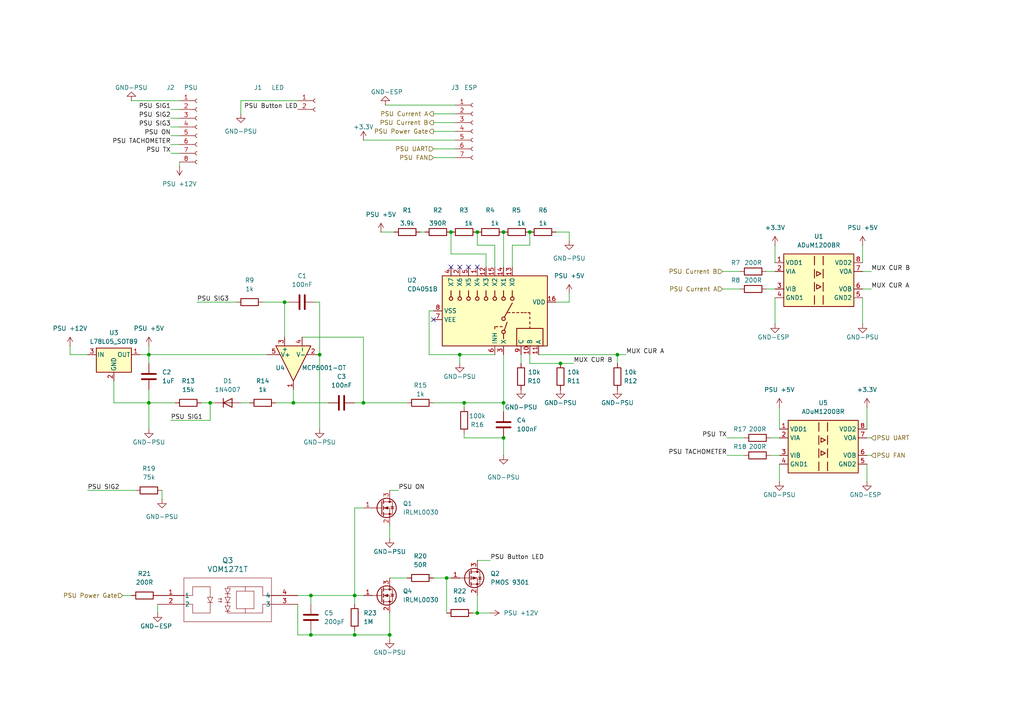
<source format=kicad_sch>
(kicad_sch (version 20241209) (generator "eeschema") (generator_version "9.0")
  (paper "A4")
  (lib_symbols
    (symbol "Amplifier_Operational:MCP6001-OT" (pin_names (offset 0.127))
      (property "Reference" "U" (at -1.27 6.35 0))
      (property "Value" "MCP6001-OT" (at -1.27 3.81 0))
      (symbol "MCP6001-OT_0_1"
        (polyline (pts (xy -5.08 5.08) (xy 5.08 0) (xy -5.08 -5.08) (xy -5.08 5.08)) (stroke (width 0.254)) (fill (type background)))
        (pin power_in line (at -2.54 7.62 270) (length 3.81) (name "V+") (number "5"))
        (pin power_in line (at -2.54 -7.62 90) (length 3.81) (name "V-") (number "2"))
      )
      (symbol "MCP6001-OT_1_1"
        (pin input line (at -7.62 2.54 0) (length 2.54) (name "+") (number "3"))
        (pin input line (at -7.62 -2.54 0) (length 2.54) (name "-") (number "4"))
        (pin output line (at 7.62 0 180) (length 2.54) (name "~") (number "1"))
      )
    )
    (symbol "Analog_Switch:CD4051B"
      (property "Reference" "U" (at -10.16 16.51 0))
      (property "Value" "CD4051B" (at 3.81 16.51 0))
      (symbol "CD4051B_0_1"
        (rectangle (start -10.16 15.24) (end 10.16 -15.24) (stroke (width 0.254)) (fill (type background)))
        (rectangle (start -10.16 6.35) (end -5.08 13.97) (stroke (width 0.254)))
        (polyline (pts (xy -8.128 2.54) (xy -6.604 2.54)) (stroke (width 0.254)))
        (circle (center -6.096 2.54) (radius 0.508) (stroke (width 0.254)))
        (polyline (pts (xy -5.588 2.794) (xy -3.302 3.556)) (stroke (width 0.254)))
        (polyline (pts (xy -4.572 10.16) (xy -5.08 10.16)) (stroke (width 0.254)))
        (polyline (pts (xy -4.572 1.524) (xy -4.572 2.159)) (stroke (width 0.254)))
        (polyline (pts (xy -4.572 0.254) (xy -4.572 0.889)) (stroke (width 0.254)))
        (polyline (pts (xy -4.572 0) (xy -5.207 0)) (stroke (width 0.254)))
        (polyline (pts (xy -3.81 10.16) (xy -3.175 10.16)) (stroke (width 0.254)))
        (circle (center -2.286 2.54) (radius 0.508) (stroke (width 0.254)))
        (polyline (pts (xy -1.778 10.16) (xy -2.286 10.16)) (stroke (width 0.254)))
        (polyline (pts (xy -1.778 2.794) (xy 2.286 5.08)) (stroke (width 0.254)))
        (polyline (pts (xy -0.508 10.16) (xy -1.016 10.16)) (stroke (width 0.254)))
        (polyline (pts (xy -0.508 9.652) (xy -0.508 10.16)) (stroke (width 0.254)))
        (polyline (pts (xy -0.508 8.636) (xy -0.508 9.144)) (stroke (width 0.254)))
        (polyline (pts (xy -0.508 7.62) (xy -0.508 8.255)) (stroke (width 0.254)))
        (polyline (pts (xy -0.508 6.35) (xy -0.508 6.985)) (stroke (width 0.254)))
        (polyline (pts (xy -0.508 5.08) (xy -0.508 5.715)) (stroke (width 0.254)))
        (polyline (pts (xy -0.508 3.81) (xy -0.508 4.445)) (stroke (width 0.254)))
        (circle (center 3.556 5.08) (radius 0.508) (stroke (width 0.254)))
        (circle (center 3.556 2.54) (radius 0.508) (stroke (width 0.254)))
        (circle (center 3.556 0) (radius 0.508) (stroke (width 0.254)))
        (circle (center 3.556 -2.54) (radius 0.508) (stroke (width 0.254)))
        (circle (center 3.556 -5.08) (radius 0.508) (stroke (width 0.254)))
        (circle (center 3.556 -7.62) (radius 0.508) (stroke (width 0.254)))
        (circle (center 3.556 -10.16) (radius 0.508) (stroke (width 0.254)))
        (circle (center 3.556 -12.7) (radius 0.508) (stroke (width 0.254)))
        (polyline (pts (xy 4.064 5.08) (xy 5.842 5.08)) (stroke (width 0.254)))
        (polyline (pts (xy 4.064 2.54) (xy 5.842 2.54)) (stroke (width 0.254)))
        (polyline (pts (xy 4.064 0) (xy 5.842 0)) (stroke (width 0.254)))
        (polyline (pts (xy 4.064 -2.54) (xy 5.842 -2.54)) (stroke (width 0.254)))
        (polyline (pts (xy 4.064 -5.08) (xy 5.842 -5.08)) (stroke (width 0.254)))
        (polyline (pts (xy 4.064 -7.62) (xy 5.842 -7.62)) (stroke (width 0.254)))
        (polyline (pts (xy 4.064 -10.16) (xy 5.842 -10.16)) (stroke (width 0.254)))
        (polyline (pts (xy 4.064 -12.7) (xy 5.842 -12.7)) (stroke (width 0.254)))
      )
      (symbol "CD4051B_1_1"
        (pin input line (at -12.7 12.7 0) (length 2.54) (name "A") (number "11"))
        (pin input line (at -12.7 10.16 0) (length 2.54) (name "B") (number "10"))
        (pin input line (at -12.7 7.62 0) (length 2.54) (name "C") (number "9"))
        (pin bidirectional line (at -12.7 2.54 0) (length 2.54) (name "X") (number "3"))
        (pin input line (at -12.7 0 0) (length 2.54) (name "INH") (number "6"))
        (pin power_in line (at -2.54 -17.78 90) (length 2.54) (name "VEE") (number "7"))
        (pin power_in line (at 0 -17.78 90) (length 2.54) (name "VSS") (number "8"))
        (pin power_in line (at 2.54 17.78 270) (length 2.54) (name "VDD") (number "16"))
        (pin bidirectional line (at 12.7 5.08 180) (length 2.54) (name "X0") (number "13"))
        (pin bidirectional line (at 12.7 2.54 180) (length 2.54) (name "X1") (number "14"))
        (pin bidirectional line (at 12.7 0 180) (length 2.54) (name "X2") (number "15"))
        (pin bidirectional line (at 12.7 -2.54 180) (length 2.54) (name "X3") (number "12"))
        (pin bidirectional line (at 12.7 -5.08 180) (length 2.54) (name "X4") (number "1"))
        (pin bidirectional line (at 12.7 -7.62 180) (length 2.54) (name "X5") (number "5"))
        (pin bidirectional line (at 12.7 -10.16 180) (length 2.54) (name "X6") (number "2"))
        (pin bidirectional line (at 12.7 -12.7 180) (length 2.54) (name "X7") (number "4"))
      )
    )
    (symbol "Connector:Conn_01x02_Socket" (pin_names (offset 1.016) (hide yes))
      (property "Reference" "J" (at 0 2.54 0))
      (property "Value" "Conn_01x02_Socket" (at 0 -5.08 0))
      (symbol "Conn_01x02_Socket_1_1"
        (polyline (pts (xy -1.27 0) (xy -0.508 0)) (stroke (width 0.1524)))
        (polyline (pts (xy -1.27 -2.54) (xy -0.508 -2.54)) (stroke (width 0.1524)))
        (arc (start 0 -0.508) (mid -0.5058 0) (end 0 0.508) (stroke (width 0.1524)))
        (arc (start 0 -3.048) (mid -0.5058 -2.54) (end 0 -2.032) (stroke (width 0.1524)))
        (pin passive line (at -5.08 0 0) (length 3.81) (name "Pin_1") (number "1"))
        (pin passive line (at -5.08 -2.54 0) (length 3.81) (name "Pin_2") (number "2"))
      )
    )
    (symbol "Connector:Conn_01x07_Socket" (pin_names (offset 1.016) (hide yes))
      (property "Reference" "J" (at 0 10.16 0))
      (property "Value" "Conn_01x07_Socket" (at 0 -10.16 0))
      (symbol "Conn_01x07_Socket_1_1"
        (polyline (pts (xy -1.27 7.62) (xy -0.508 7.62)) (stroke (width 0.1524)))
        (polyline (pts (xy -1.27 5.08) (xy -0.508 5.08)) (stroke (width 0.1524)))
        (polyline (pts (xy -1.27 2.54) (xy -0.508 2.54)) (stroke (width 0.1524)))
        (polyline (pts (xy -1.27 0) (xy -0.508 0)) (stroke (width 0.1524)))
        (polyline (pts (xy -1.27 -2.54) (xy -0.508 -2.54)) (stroke (width 0.1524)))
        (polyline (pts (xy -1.27 -5.08) (xy -0.508 -5.08)) (stroke (width 0.1524)))
        (polyline (pts (xy -1.27 -7.62) (xy -0.508 -7.62)) (stroke (width 0.1524)))
        (arc (start 0 7.112) (mid -0.5058 7.62) (end 0 8.128) (stroke (width 0.1524)))
        (arc (start 0 4.572) (mid -0.5058 5.08) (end 0 5.588) (stroke (width 0.1524)))
        (arc (start 0 2.032) (mid -0.5058 2.54) (end 0 3.048) (stroke (width 0.1524)))
        (arc (start 0 -0.508) (mid -0.5058 0) (end 0 0.508) (stroke (width 0.1524)))
        (arc (start 0 -3.048) (mid -0.5058 -2.54) (end 0 -2.032) (stroke (width 0.1524)))
        (arc (start 0 -5.588) (mid -0.5058 -5.08) (end 0 -4.572) (stroke (width 0.1524)))
        (arc (start 0 -8.128) (mid -0.5058 -7.62) (end 0 -7.112) (stroke (width 0.1524)))
        (pin passive line (at -5.08 7.62 0) (length 3.81) (name "Pin_1") (number "1"))
        (pin passive line (at -5.08 5.08 0) (length 3.81) (name "Pin_2") (number "2"))
        (pin passive line (at -5.08 2.54 0) (length 3.81) (name "Pin_3") (number "3"))
        (pin passive line (at -5.08 0 0) (length 3.81) (name "Pin_4") (number "4"))
        (pin passive line (at -5.08 -2.54 0) (length 3.81) (name "Pin_5") (number "5"))
        (pin passive line (at -5.08 -5.08 0) (length 3.81) (name "Pin_6") (number "6"))
        (pin passive line (at -5.08 -7.62 0) (length 3.81) (name "Pin_7") (number "7"))
      )
    )
    (symbol "Connector:Conn_01x08_Socket" (pin_names (offset 1.016) (hide yes))
      (property "Reference" "J" (at 0 10.16 0))
      (property "Value" "Conn_01x08_Socket" (at 0 -12.7 0))
      (symbol "Conn_01x08_Socket_1_1"
        (polyline (pts (xy -1.27 7.62) (xy -0.508 7.62)) (stroke (width 0.1524)))
        (polyline (pts (xy -1.27 5.08) (xy -0.508 5.08)) (stroke (width 0.1524)))
        (polyline (pts (xy -1.27 2.54) (xy -0.508 2.54)) (stroke (width 0.1524)))
        (polyline (pts (xy -1.27 0) (xy -0.508 0)) (stroke (width 0.1524)))
        (polyline (pts (xy -1.27 -2.54) (xy -0.508 -2.54)) (stroke (width 0.1524)))
        (polyline (pts (xy -1.27 -5.08) (xy -0.508 -5.08)) (stroke (width 0.1524)))
        (polyline (pts (xy -1.27 -7.62) (xy -0.508 -7.62)) (stroke (width 0.1524)))
        (polyline (pts (xy -1.27 -10.16) (xy -0.508 -10.16)) (stroke (width 0.1524)))
        (arc (start 0 7.112) (mid -0.5058 7.62) (end 0 8.128) (stroke (width 0.1524)))
        (arc (start 0 4.572) (mid -0.5058 5.08) (end 0 5.588) (stroke (width 0.1524)))
        (arc (start 0 2.032) (mid -0.5058 2.54) (end 0 3.048) (stroke (width 0.1524)))
        (arc (start 0 -0.508) (mid -0.5058 0) (end 0 0.508) (stroke (width 0.1524)))
        (arc (start 0 -3.048) (mid -0.5058 -2.54) (end 0 -2.032) (stroke (width 0.1524)))
        (arc (start 0 -5.588) (mid -0.5058 -5.08) (end 0 -4.572) (stroke (width 0.1524)))
        (arc (start 0 -8.128) (mid -0.5058 -7.62) (end 0 -7.112) (stroke (width 0.1524)))
        (arc (start 0 -10.668) (mid -0.5058 -10.16) (end 0 -9.652) (stroke (width 0.1524)))
        (pin passive line (at -5.08 7.62 0) (length 3.81) (name "Pin_1") (number "1"))
        (pin passive line (at -5.08 5.08 0) (length 3.81) (name "Pin_2") (number "2"))
        (pin passive line (at -5.08 2.54 0) (length 3.81) (name "Pin_3") (number "3"))
        (pin passive line (at -5.08 0 0) (length 3.81) (name "Pin_4") (number "4"))
        (pin passive line (at -5.08 -2.54 0) (length 3.81) (name "Pin_5") (number "5"))
        (pin passive line (at -5.08 -5.08 0) (length 3.81) (name "Pin_6") (number "6"))
        (pin passive line (at -5.08 -7.62 0) (length 3.81) (name "Pin_7") (number "7"))
        (pin passive line (at -5.08 -10.16 0) (length 3.81) (name "Pin_8") (number "8"))
      )
    )
    (symbol "Device:C" (pin_numbers (hide yes)) (pin_names (offset 0.254))
      (property "Reference" "C" (at 0.635 2.54 0))
      (property "Value" "C" (at 0.635 -2.54 0))
      (symbol "C_0_1"
        (polyline (pts (xy -2.032 0.762) (xy 2.032 0.762)) (stroke (width 0.508)))
        (polyline (pts (xy -2.032 -0.762) (xy 2.032 -0.762)) (stroke (width 0.508)))
      )
      (symbol "C_1_1"
        (pin passive line (at 0 3.81 270) (length 2.794) (name "~") (number "1"))
        (pin passive line (at 0 -3.81 90) (length 2.794) (name "~") (number "2"))
      )
    )
    (symbol "Device:R" (pin_numbers (hide yes)) (pin_names (offset 0))
      (property "Reference" "R" (at 2.032 0 90))
      (property "Value" "R" (at 0 0 90))
      (symbol "R_0_1"
        (rectangle (start -1.016 -2.54) (end 1.016 2.54) (stroke (width 0.254)))
      )
      (symbol "R_1_1"
        (pin passive line (at 0 3.81 270) (length 1.27) (name "~") (number "1"))
        (pin passive line (at 0 -3.81 90) (length 1.27) (name "~") (number "2"))
      )
    )
    (symbol "Diode:1N4007" (pin_numbers (hide yes)) (pin_names (hide yes))
      (property "Reference" "D" (at 0 2.54 0))
      (property "Value" "1N4007" (at 0 -2.54 0))
      (symbol "1N4007_0_1"
        (polyline (pts (xy -1.27 1.27) (xy -1.27 -1.27)) (stroke (width 0.254)))
        (polyline (pts (xy 1.27 1.27) (xy 1.27 -1.27) (xy -1.27 0) (xy 1.27 1.27)) (stroke (width 0.254)))
        (polyline (pts (xy 1.27 0) (xy -1.27 0)))
      )
      (symbol "1N4007_1_1"
        (pin passive line (at -3.81 0 0) (length 2.54) (name "K") (number "1"))
        (pin passive line (at 3.81 0 180) (length 2.54) (name "A") (number "2"))
      )
    )
    (symbol "Isolator:ADuM1200BR"
      (property "Reference" "U" (at -10.16 8.89 0))
      (property "Value" "ADuM1200BR" (at -2.032 8.89 0))
      (symbol "ADuM1200BR_0_1"
        (rectangle (start -10.16 7.62) (end 10.16 -7.62) (stroke (width 0.254)) (fill (type background)))
        (polyline (pts (xy -1.27 6.985) (xy -1.27 4.445)) (stroke (width 0.254)))
        (polyline (pts (xy -1.27 3.175) (xy -1.27 0.635)) (stroke (width 0.254)))
        (polyline (pts (xy -1.27 -0.635) (xy -1.27 -3.175)) (stroke (width 0.254)))
        (polyline (pts (xy -1.27 -4.445) (xy -1.27 -6.985)) (stroke (width 0.254)))
        (polyline (pts (xy -0.635 1.27) (xy 0.635 1.905) (xy -0.635 2.54) (xy -0.635 1.27)) (stroke (width 0.254)))
        (polyline (pts (xy -0.635 -1.27) (xy -0.635 -2.54) (xy 0.635 -1.905) (xy -0.635 -1.27)) (stroke (width 0.254)))
        (polyline (pts (xy 1.27 6.985) (xy 1.27 4.445)) (stroke (width 0.254)))
        (polyline (pts (xy 1.27 3.175) (xy 1.27 0.635)) (stroke (width 0.254)))
        (polyline (pts (xy 1.27 -0.635) (xy 1.27 -3.175)) (stroke (width 0.254)))
        (polyline (pts (xy 1.27 -4.445) (xy 1.27 -6.985)) (stroke (width 0.254)))
      )
      (symbol "ADuM1200BR_1_1"
        (pin power_in line (at -12.7 5.08 0) (length 2.54) (name "VDD1") (number "1"))
        (pin input line (at -12.7 2.54 0) (length 2.54) (name "VIA") (number "2"))
        (pin input line (at -12.7 -2.54 0) (length 2.54) (name "VIB") (number "3"))
        (pin power_in line (at -12.7 -5.08 0) (length 2.54) (name "GND1") (number "4"))
        (pin power_in line (at 12.7 5.08 180) (length 2.54) (name "VDD2") (number "8"))
        (pin output line (at 12.7 2.54 180) (length 2.54) (name "VOA") (number "7"))
        (pin output line (at 12.7 -2.54 180) (length 2.54) (name "VOB") (number "6"))
        (pin power_in line (at 12.7 -5.08 180) (length 2.54) (name "GND2") (number "5"))
      )
    )
    (symbol "Regulator_Linear:L78L05_SOT89" (pin_names (offset 0.254))
      (property "Reference" "U" (at -3.81 3.175 0))
      (property "Value" "L78L05_SOT89" (at -0.635 3.175 0))
      (symbol "L78L05_SOT89_0_1"
        (rectangle (start -5.08 1.905) (end 5.08 -5.08) (stroke (width 0.254)) (fill (type background)))
      )
      (symbol "L78L05_SOT89_1_1"
        (pin power_in line (at -7.62 0 0) (length 2.54) (name "IN") (number "3"))
        (pin power_in line (at 0 -7.62 90) (length 2.54) (name "GND") (number "2"))
        (pin power_out line (at 7.62 0 180) (length 2.54) (name "OUT") (number "1"))
      )
    )
    (symbol "Transistor_FET:IRLML0030" (pin_names (hide yes))
      (property "Reference" "Q" (at 5.08 1.905 0))
      (property "Value" "IRLML0030" (at 5.08 0 0))
      (symbol "IRLML0030_0_1"
        (polyline (pts (xy 0.254 1.905) (xy 0.254 -1.905)) (stroke (width 0.254)))
        (polyline (pts (xy 0.254 0) (xy -2.54 0)))
        (polyline (pts (xy 0.762 2.286) (xy 0.762 1.27)) (stroke (width 0.254)))
        (polyline (pts (xy 0.762 0.508) (xy 0.762 -0.508)) (stroke (width 0.254)))
        (polyline (pts (xy 0.762 -1.27) (xy 0.762 -2.286)) (stroke (width 0.254)))
        (polyline (pts (xy 0.762 -1.778) (xy 3.302 -1.778) (xy 3.302 1.778) (xy 0.762 1.778)))
        (polyline (pts (xy 1.016 0) (xy 2.032 0.381) (xy 2.032 -0.381) (xy 1.016 0)) (fill (type outline)))
        (circle (center 1.651 0) (radius 2.794) (stroke (width 0.254)))
        (polyline (pts (xy 2.54 2.54) (xy 2.54 1.778)))
        (circle (center 2.54 1.778) (radius 0.254) (fill (type outline)))
        (circle (center 2.54 -1.778) (radius 0.254) (fill (type outline)))
        (polyline (pts (xy 2.54 -2.54) (xy 2.54 0) (xy 0.762 0)))
        (polyline (pts (xy 2.794 0.508) (xy 2.921 0.381) (xy 3.683 0.381) (xy 3.81 0.254)))
        (polyline (pts (xy 3.302 0.381) (xy 2.921 -0.254) (xy 3.683 -0.254) (xy 3.302 0.381)))
      )
      (symbol "IRLML0030_1_1"
        (pin input line (at -5.08 0 0) (length 2.54) (name "G") (number "1"))
        (pin passive line (at 2.54 5.08 270) (length 2.54) (name "D") (number "3"))
        (pin passive line (at 2.54 -5.08 90) (length 2.54) (name "S") (number "2"))
      )
    )
    (symbol "Transistor_FET:IRLML9301" (pin_names (hide yes))
      (property "Reference" "Q" (at 5.08 1.905 0))
      (property "Value" "IRLML9301" (at 5.08 0 0))
      (symbol "IRLML9301_0_1"
        (polyline (pts (xy 0.254 1.905) (xy 0.254 -1.905)) (stroke (width 0.254)))
        (polyline (pts (xy 0.254 0) (xy -2.54 0)))
        (polyline (pts (xy 0.762 2.286) (xy 0.762 1.27)) (stroke (width 0.254)))
        (polyline (pts (xy 0.762 1.778) (xy 3.302 1.778) (xy 3.302 -1.778) (xy 0.762 -1.778)))
        (polyline (pts (xy 0.762 0.508) (xy 0.762 -0.508)) (stroke (width 0.254)))
        (polyline (pts (xy 0.762 -1.27) (xy 0.762 -2.286)) (stroke (width 0.254)))
        (circle (center 1.651 0) (radius 2.794) (stroke (width 0.254)))
        (polyline (pts (xy 2.286 0) (xy 1.27 0.381) (xy 1.27 -0.381) (xy 2.286 0)) (fill (type outline)))
        (polyline (pts (xy 2.54 2.54) (xy 2.54 1.778)))
        (circle (center 2.54 1.778) (radius 0.254) (fill (type outline)))
        (circle (center 2.54 -1.778) (radius 0.254) (fill (type outline)))
        (polyline (pts (xy 2.54 -2.54) (xy 2.54 0) (xy 0.762 0)))
        (polyline (pts (xy 2.794 -0.508) (xy 2.921 -0.381) (xy 3.683 -0.381) (xy 3.81 -0.254)))
        (polyline (pts (xy 3.302 -0.381) (xy 2.921 0.254) (xy 3.683 0.254) (xy 3.302 -0.381)))
      )
      (symbol "IRLML9301_1_1"
        (pin input line (at -5.08 0 0) (length 2.54) (name "G") (number "1"))
        (pin passive line (at 2.54 5.08 270) (length 2.54) (name "D") (number "3"))
        (pin passive line (at 2.54 -5.08 90) (length 2.54) (name "S") (number "2"))
      )
    )
    (symbol "VOM1271T:VOM1271T" (pin_names (offset 0.254))
      (property "Reference" "Q2" (at 20.32 10.16 0))
      (property "Value" "VOM1271T" (at 20.32 7.62 0))
      (symbol "VOM1271T_0_1"
        (polyline (pts (xy 7.62 5.08) (xy 7.62 -7.62)) (stroke (width 0.127)))
        (polyline (pts (xy 7.62 0) (xy 10.16 0)) (stroke (width 0.127)))
        (polyline (pts (xy 7.62 -2.54) (xy 10.16 -2.54)) (stroke (width 0.127)))
        (polyline (pts (xy 7.62 -7.62) (xy 33.02 -7.62)) (stroke (width 0.127)))
        (polyline (pts (xy 10.16 2.54) (xy 15.24 2.54)) (stroke (width 0.127)))
        (polyline (pts (xy 10.16 0) (xy 10.16 2.54)) (stroke (width 0.127)))
        (polyline (pts (xy 10.16 -2.54) (xy 10.16 -5.08)) (stroke (width 0.127)))
        (polyline (pts (xy 10.16 -5.08) (xy 15.24 -5.08)) (stroke (width 0.127)))
        (polyline (pts (xy 14.478 -0.508) (xy 15.24 -2.032)) (stroke (width 0.127)))
        (polyline (pts (xy 14.478 -2.032) (xy 16.002 -2.032)) (stroke (width 0.127)))
        (polyline (pts (xy 15.24 -0.508) (xy 15.24 2.54)) (stroke (width 0.127)))
        (polyline (pts (xy 15.24 -2.032) (xy 16.002 -0.508)) (stroke (width 0.127)))
        (polyline (pts (xy 15.24 -2.032) (xy 15.24 -5.08)) (stroke (width 0.127)))
        (polyline (pts (xy 16.002 -0.508) (xy 14.478 -0.508)) (stroke (width 0.127)))
        (polyline (pts (xy 17.526 -1.016) (xy 18.542 -1.016)) (stroke (width 0.127)))
        (polyline (pts (xy 17.526 -1.778) (xy 18.542 -1.778)) (stroke (width 0.127)))
        (polyline (pts (xy 18.542 -1.016) (xy 18.288 -0.762)) (stroke (width 0.127)))
        (polyline (pts (xy 18.542 -1.016) (xy 18.288 -1.27)) (stroke (width 0.127)))
        (polyline (pts (xy 18.542 -1.778) (xy 18.288 -1.524)) (stroke (width 0.127)))
        (polyline (pts (xy 18.542 -1.778) (xy 18.288 -2.032)) (stroke (width 0.127)))
        (polyline (pts (xy 19.558 2.032) (xy 20.32 0.508)) (stroke (width 0.127)))
        (polyline (pts (xy 19.558 0.508) (xy 21.082 0.508)) (stroke (width 0.127)))
        (polyline (pts (xy 19.558 -0.508) (xy 20.32 -2.032)) (stroke (width 0.127)))
        (polyline (pts (xy 19.558 -2.032) (xy 21.082 -2.032)) (stroke (width 0.127)))
        (polyline (pts (xy 19.558 -3.048) (xy 20.32 -4.572)) (stroke (width 0.127)))
        (polyline (pts (xy 19.558 -4.572) (xy 21.082 -4.572)) (stroke (width 0.127)))
        (polyline (pts (xy 20.32 2.032) (xy 20.32 2.54)) (stroke (width 0.127)))
        (polyline (pts (xy 20.32 0.508) (xy 21.082 2.032)) (stroke (width 0.127)))
        (polyline (pts (xy 20.32 -0.508) (xy 20.32 0.508)) (stroke (width 0.127)))
        (polyline (pts (xy 20.32 -2.032) (xy 20.32 -3.048)) (stroke (width 0.127)))
        (polyline (pts (xy 20.32 -2.032) (xy 21.082 -0.508)) (stroke (width 0.127)))
        (polyline (pts (xy 20.32 -4.572) (xy 20.32 -5.08)) (stroke (width 0.127)))
        (polyline (pts (xy 20.32 -4.572) (xy 21.082 -3.048)) (stroke (width 0.127)))
        (polyline (pts (xy 20.32 -5.08) (xy 30.48 -5.08)) (stroke (width 0.127)))
        (polyline (pts (xy 21.082 2.032) (xy 19.558 2.032)) (stroke (width 0.127)))
        (polyline (pts (xy 21.082 -0.508) (xy 19.558 -0.508)) (stroke (width 0.127)))
        (polyline (pts (xy 21.082 -3.048) (xy 19.558 -3.048)) (stroke (width 0.127)))
        (polyline (pts (xy 22.86 1.27) (xy 27.94 1.27)) (stroke (width 0.127)))
        (polyline (pts (xy 22.86 -3.81) (xy 22.86 1.27)) (stroke (width 0.127)))
        (polyline (pts (xy 25.4 2.54) (xy 25.4 1.27)) (stroke (width 0.127)))
        (polyline (pts (xy 25.4 -3.81) (xy 25.4 -5.08)) (stroke (width 0.127)))
        (polyline (pts (xy 27.94 1.27) (xy 27.94 -3.81)) (stroke (width 0.127)))
        (polyline (pts (xy 27.94 -3.81) (xy 22.86 -3.81)) (stroke (width 0.127)))
        (polyline (pts (xy 30.48 2.54) (xy 20.32 2.54)) (stroke (width 0.127)))
        (polyline (pts (xy 30.48 0) (xy 30.48 2.54)) (stroke (width 0.127)))
        (polyline (pts (xy 30.48 -2.54) (xy 33.02 -2.54)) (stroke (width 0.127)))
        (polyline (pts (xy 30.48 -5.08) (xy 30.48 -2.54)) (stroke (width 0.127)))
        (polyline (pts (xy 33.02 5.08) (xy 7.62 5.08)) (stroke (width 0.127)))
        (polyline (pts (xy 33.02 0) (xy 30.48 0)) (stroke (width 0.127)))
        (polyline (pts (xy 33.02 -7.62) (xy 33.02 5.08)) (stroke (width 0.127)))
        (pin passive line (at 0 0 0) (length 7.62) (name "1") (number "1"))
        (pin passive line (at 0 -2.54 0) (length 7.62) (name "2") (number "2"))
        (pin passive line (at 40.64 0 180) (length 7.62) (name "4") (number "4"))
        (pin passive line (at 40.64 -2.54 180) (length 7.62) (name "3") (number "3"))
      )
    )
    (symbol "power:+12V" (power) (pin_numbers (hide yes)) (pin_names (offset 0) (hide yes))
      (property "Value" "+12V" (at 0 3.556 0))
      (symbol "+12V_0_1"
        (polyline (pts (xy -0.762 1.27) (xy 0 2.54)))
        (polyline (pts (xy 0 2.54) (xy 0.762 1.27)))
        (polyline (pts (xy 0 0) (xy 0 2.54)))
      )
      (symbol "+12V_1_1"
        (pin power_in line (at 0 0 90) (length 0) (name "~") (number "1"))
      )
    )
    (symbol "power:+3.3V" (power) (pin_numbers (hide yes)) (pin_names (offset 0) (hide yes))
      (property "Value" "+3.3V" (at 0 3.556 0))
      (symbol "+3.3V_0_1"
        (polyline (pts (xy -0.762 1.27) (xy 0 2.54)))
        (polyline (pts (xy 0 2.54) (xy 0.762 1.27)))
        (polyline (pts (xy 0 0) (xy 0 2.54)))
      )
      (symbol "+3.3V_1_1"
        (pin power_in line (at 0 0 90) (length 0) (name "~") (number "1"))
      )
    )
    (symbol "power:GND" (power) (pin_numbers (hide yes)) (pin_names (offset 0) (hide yes))
      (property "Value" "GND" (at 0 -3.81 0))
      (symbol "GND_0_1"
        (polyline (pts (xy 0 0) (xy 0 -1.27) (xy 1.27 -1.27) (xy 0 -2.54) (xy -1.27 -1.27) (xy 0 -1.27)))
      )
      (symbol "GND_1_1"
        (pin power_in line (at 0 0 270) (length 0) (name "~") (number "1"))
      )
    )
  )
  (junction (at 138.43 67.31))
  (junction (at 129.54 167.64))
  (junction (at 146.05 127))
  (junction (at 105.41 116.84))
  (junction (at 85.09 116.84))
  (junction (at 43.18 102.87))
  (junction (at 130.81 67.31))
  (junction (at 146.05 67.31))
  (junction (at 90.17 172.72))
  (junction (at 90.17 184.15))
  (junction (at 134.62 116.84))
  (junction (at 43.18 116.84))
  (junction (at 153.67 67.31))
  (junction (at 133.35 102.87))
  (junction (at 92.71 102.87))
  (junction (at 102.87 184.15))
  (junction (at 146.05 116.84))
  (junction (at 162.56 105.41))
  (junction (at 82.55 87.63))
  (junction (at 102.87 172.72))
  (junction (at 60.96 116.84))
  (junction (at 113.03 184.15))
  (junction (at 179.07 102.87))
  (junction (at 138.43 177.8))
  (no_connect (at 138.43 77.47))
  (no_connect (at 130.81 77.47))
  (no_connect (at 133.35 77.47))
  (no_connect (at 135.89 77.47))
  (no_connect (at 125.73 92.71))
  (wire (pts (xy 130.81 67.31) (xy 130.81 73.66)))
  (wire (pts (xy 105.41 97.79) (xy 105.41 116.84)))
  (wire (pts (xy 113.03 185.42) (xy 113.03 184.15)))
  (wire (pts (xy 133.35 102.87) (xy 143.51 102.87)))
  (wire (pts (xy 92.71 102.87) (xy 92.71 124.46)))
  (wire (pts (xy 137.16 177.8) (xy 138.43 177.8)))
  (wire (pts (xy 20.32 102.87) (xy 25.4 102.87)))
  (wire (pts (xy 43.18 100.33) (xy 43.18 102.87)))
  (wire (pts (xy 252.73 127) (xy 251.46 127)))
  (wire (pts (xy 148.59 71.12) (xy 153.67 71.12)))
  (wire (pts (xy 86.36 184.15) (xy 90.17 184.15)))
  (wire (pts (xy 125.73 43.18) (xy 132.08 43.18)))
  (wire (pts (xy 92.71 87.63) (xy 92.71 102.87)))
  (wire (pts (xy 146.05 102.87) (xy 146.05 116.84)))
  (wire (pts (xy 115.57 142.24) (xy 113.03 142.24)))
  (wire (pts (xy 43.18 113.03) (xy 43.18 116.84)))
  (wire (pts (xy 181.61 102.87) (xy 179.07 102.87)))
  (wire (pts (xy 146.05 127) (xy 146.05 132.08)))
  (wire (pts (xy 49.53 44.45) (xy 52.07 44.45)))
  (wire (pts (xy 138.43 67.31) (xy 138.43 71.12)))
  (wire (pts (xy 179.07 102.87) (xy 156.21 102.87)))
  (wire (pts (xy 165.1 69.85) (xy 165.1 67.31)))
  (wire (pts (xy 162.56 105.41) (xy 166.37 105.41)))
  (wire (pts (xy 52.07 48.26) (xy 52.07 46.99)))
  (wire (pts (xy 134.62 127) (xy 134.62 125.73)))
  (wire (pts (xy 125.73 33.02) (xy 132.08 33.02)))
  (wire (pts (xy 49.53 39.37) (xy 52.07 39.37)))
  (wire (pts (xy 60.96 121.92) (xy 60.96 116.84)))
  (wire (pts (xy 49.53 121.92) (xy 60.96 121.92)))
  (wire (pts (xy 45.72 177.8) (xy 45.72 175.26)))
  (wire (pts (xy 43.18 102.87) (xy 77.47 102.87)))
  (wire (pts (xy 90.17 175.26) (xy 90.17 172.72)))
  (wire (pts (xy 46.99 144.78) (xy 46.99 142.24)))
  (wire (pts (xy 43.18 102.87) (xy 40.64 102.87)))
  (wire (pts (xy 129.54 167.64) (xy 130.81 167.64)))
  (wire (pts (xy 125.73 35.56) (xy 132.08 35.56)))
  (wire (pts (xy 153.67 102.87) (xy 153.67 105.41)))
  (wire (pts (xy 250.19 93.98) (xy 250.19 86.36)))
  (wire (pts (xy 130.81 73.66) (xy 140.97 73.66)))
  (wire (pts (xy 138.43 177.8) (xy 138.43 172.72)))
  (wire (pts (xy 102.87 147.32) (xy 105.41 147.32)))
  (wire (pts (xy 134.62 118.11) (xy 134.62 116.84)))
  (wire (pts (xy 165.1 85.09) (xy 165.1 87.63)))
  (wire (pts (xy 146.05 67.31) (xy 146.05 77.47)))
  (wire (pts (xy 25.4 142.24) (xy 39.37 142.24)))
  (wire (pts (xy 251.46 118.11) (xy 251.46 124.46)))
  (wire (pts (xy 86.36 175.26) (xy 86.36 184.15)))
  (wire (pts (xy 82.55 87.63) (xy 82.55 97.79)))
  (wire (pts (xy 113.03 177.8) (xy 113.03 184.15)))
  (wire (pts (xy 252.73 83.82) (xy 250.19 83.82)))
  (wire (pts (xy 69.85 29.21) (xy 86.36 29.21)))
  (wire (pts (xy 43.18 116.84) (xy 50.8 116.84)))
  (wire (pts (xy 226.06 118.11) (xy 226.06 124.46)))
  (wire (pts (xy 134.62 127) (xy 146.05 127)))
  (wire (pts (xy 76.2 87.63) (xy 82.55 87.63)))
  (wire (pts (xy 113.03 152.4) (xy 113.03 156.21)))
  (wire (pts (xy 138.43 71.12) (xy 143.51 71.12)))
  (wire (pts (xy 222.25 78.74) (xy 224.79 78.74)))
  (wire (pts (xy 60.96 116.84) (xy 62.23 116.84)))
  (wire (pts (xy 111.76 30.48) (xy 132.08 30.48)))
  (wire (pts (xy 124.46 90.17) (xy 124.46 102.87)))
  (wire (pts (xy 43.18 102.87) (xy 43.18 105.41)))
  (wire (pts (xy 224.79 93.98) (xy 224.79 86.36)))
  (wire (pts (xy 33.02 110.49) (xy 33.02 116.84)))
  (wire (pts (xy 129.54 167.64) (xy 129.54 177.8)))
  (wire (pts (xy 165.1 67.31) (xy 161.29 67.31)))
  (wire (pts (xy 146.05 119.38) (xy 146.05 116.84)))
  (wire (pts (xy 57.15 87.63) (xy 68.58 87.63)))
  (wire (pts (xy 102.87 172.72) (xy 105.41 172.72)))
  (wire (pts (xy 142.24 177.8) (xy 138.43 177.8)))
  (wire (pts (xy 222.25 83.82) (xy 224.79 83.82)))
  (wire (pts (xy 125.73 38.1) (xy 132.08 38.1)))
  (wire (pts (xy 251.46 139.7) (xy 251.46 134.62)))
  (wire (pts (xy 223.52 127) (xy 226.06 127)))
  (wire (pts (xy 20.32 100.33) (xy 20.32 102.87)))
  (wire (pts (xy 49.53 31.75) (xy 52.07 31.75)))
  (wire (pts (xy 86.36 172.72) (xy 90.17 172.72)))
  (wire (pts (xy 102.87 182.88) (xy 102.87 184.15)))
  (wire (pts (xy 125.73 116.84) (xy 134.62 116.84)))
  (wire (pts (xy 125.73 45.72) (xy 132.08 45.72)))
  (wire (pts (xy 58.42 116.84) (xy 60.96 116.84)))
  (wire (pts (xy 210.82 132.08) (xy 215.9 132.08)))
  (wire (pts (xy 226.06 139.7) (xy 226.06 134.62)))
  (wire (pts (xy 92.71 87.63) (xy 91.44 87.63)))
  (wire (pts (xy 124.46 102.87) (xy 133.35 102.87)))
  (wire (pts (xy 210.82 127) (xy 215.9 127)))
  (wire (pts (xy 118.11 167.64) (xy 113.03 167.64)))
  (wire (pts (xy 80.01 116.84) (xy 85.09 116.84)))
  (wire (pts (xy 125.73 90.17) (xy 124.46 90.17)))
  (wire (pts (xy 143.51 71.12) (xy 143.51 77.47)))
  (wire (pts (xy 90.17 172.72) (xy 102.87 172.72)))
  (wire (pts (xy 140.97 73.66) (xy 140.97 77.47)))
  (wire (pts (xy 148.59 71.12) (xy 148.59 77.47)))
  (wire (pts (xy 90.17 182.88) (xy 90.17 184.15)))
  (wire (pts (xy 179.07 105.41) (xy 179.07 102.87)))
  (wire (pts (xy 49.53 36.83) (xy 52.07 36.83)))
  (wire (pts (xy 49.53 41.91) (xy 52.07 41.91)))
  (wire (pts (xy 134.62 116.84) (xy 146.05 116.84)))
  (wire (pts (xy 223.52 132.08) (xy 226.06 132.08)))
  (wire (pts (xy 102.87 175.26) (xy 102.87 172.72)))
  (wire (pts (xy 165.1 87.63) (xy 161.29 87.63)))
  (wire (pts (xy 90.17 184.15) (xy 102.87 184.15)))
  (wire (pts (xy 125.73 167.64) (xy 129.54 167.64)))
  (wire (pts (xy 35.56 172.72) (xy 38.1 172.72)))
  (wire (pts (xy 153.67 105.41) (xy 162.56 105.41)))
  (wire (pts (xy 142.24 162.56) (xy 138.43 162.56)))
  (wire (pts (xy 252.73 78.74) (xy 250.19 78.74)))
  (wire (pts (xy 110.49 67.31) (xy 114.3 67.31)))
  (wire (pts (xy 209.55 78.74) (xy 214.63 78.74)))
  (wire (pts (xy 69.85 29.21) (xy 69.85 33.02)))
  (wire (pts (xy 82.55 87.63) (xy 83.82 87.63)))
  (wire (pts (xy 121.92 67.31) (xy 123.19 67.31)))
  (wire (pts (xy 33.02 116.84) (xy 43.18 116.84)))
  (wire (pts (xy 43.18 116.84) (xy 43.18 124.46)))
  (wire (pts (xy 151.13 102.87) (xy 151.13 105.41)))
  (wire (pts (xy 85.09 113.03) (xy 85.09 116.84)))
  (wire (pts (xy 105.41 40.64) (xy 132.08 40.64)))
  (wire (pts (xy 105.41 116.84) (xy 118.11 116.84)))
  (wire (pts (xy 105.41 116.84) (xy 102.87 116.84)))
  (wire (pts (xy 102.87 147.32) (xy 102.87 172.72)))
  (wire (pts (xy 209.55 83.82) (xy 214.63 83.82)))
  (wire (pts (xy 252.73 132.08) (xy 251.46 132.08)))
  (wire (pts (xy 38.1 29.21) (xy 52.07 29.21)))
  (wire (pts (xy 85.09 116.84) (xy 95.25 116.84)))
  (wire (pts (xy 102.87 184.15) (xy 113.03 184.15)))
  (wire (pts (xy 69.85 116.84) (xy 72.39 116.84)))
  (wire (pts (xy 153.67 71.12) (xy 153.67 67.31)))
  (wire (pts (xy 224.79 71.12) (xy 224.79 76.2)))
  (wire (pts (xy 250.19 71.12) (xy 250.19 76.2)))
  (wire (pts (xy 133.35 105.41) (xy 133.35 102.87)))
  (wire (pts (xy 49.53 34.29) (xy 52.07 34.29)))
  (wire (pts (xy 87.63 97.79) (xy 105.41 97.79)))
  (label "MUX CUR A" (at 181.61 102.87 0))
  (label "PSU TX" (at 210.82 127 180))
  (label "MUX CUR A" (at 252.73 83.82 0))
  (label "PSU TX" (at 49.53 44.45 180))
  (label "PSU TACHOMETER" (at 49.53 41.91 180))
  (label "MUX CUR B" (at 252.73 78.74 0))
  (label "PSU SIG1" (at 49.53 121.92 0))
  (label "MUX CUR B" (at 166.37 105.41 0))
  (label "PSU SIG1" (at 49.53 31.75 180))
  (label "PSU SIG2" (at 49.53 34.29 180))
  (label "PSU ON" (at 49.53 39.37 180))
  (label "PSU SIG3" (at 49.53 36.83 180))
  (label "PSU TACHOMETER" (at 210.82 132.08 180))
  (label "PSU SIG3" (at 57.15 87.63 0))
  (label "PSU SIG2" (at 25.4 142.24 0))
  (label "PSU Button LED" (at 86.36 31.75 180))
  (label "PSU ON" (at 115.57 142.24 0))
  (label "PSU Button LED" (at 142.24 162.56 0))
  (hierarchical_label "PSU UART" (shape input) (at 125.73 43.18 180))
  (hierarchical_label "PSU UART" (shape input) (at 252.73 127 0))
  (hierarchical_label "PSU Current A" (shape output) (at 125.73 33.02 180))
  (hierarchical_label "PSU Current B" (shape input) (at 209.55 78.74 180))
  (hierarchical_label "PSU FAN" (shape input) (at 252.73 132.08 0))
  (hierarchical_label "PSU Current A" (shape input) (at 209.55 83.82 180))
  (hierarchical_label "PSU Power Gate" (shape input) (at 35.56 172.72 180))
  (hierarchical_label "PSU Power Gate" (shape output) (at 125.73 38.1 180))
  (hierarchical_label "PSU FAN" (shape input) (at 125.73 45.72 180))
  (hierarchical_label "PSU Current B" (shape output) (at 125.73 35.56 180))
  (symbol (lib_id "power:GND") (at 165.1 69.85 0) (unit 1)
    (property "Reference" "#PWR07" (effects (hide yes)))
    (property "Value" "GND-PSU" (at 165.1 74.93 0))
    (property "Description" "Power symbol creates a global label with name \"GND\" , ground" (effects (hide yes)))
  )
  (symbol (lib_id "power:GND") (at 179.07 113.03 0) (unit 1)
    (property "Reference" "#PWR018" (effects (hide yes)))
    (property "Value" "GND-PSU" (at 179.07 116.84 0))
    (property "Description" "Power symbol creates a global label with name \"GND\" , ground" (effects (hide yes)))
  )
  (symbol (lib_id "Isolator:ADuM1200BR") (at 237.49 81.28 0) (unit 1)
    (property "Reference" "U1" (at 237.49 68.58 0))
    (property "Value" "ADuM1200BR" (at 237.49 71.12 0))
    (property "Footprint" "Package_SO:SOIC-8_3.9x4.9mm_P1.27mm" (effects (hide yes)))
    (property "Datasheet" "https://www.analog.com/static/imported-files/data_sheets/ADuM1200_1201.pdf" (effects (hide yes)))
    (property "Description" "Dual-Channel Digital Isolator, 10Mbps 50ns, bidirectional communication, 3V/5V level translation, SOIC-8" (effects (hide yes)))
  )
  (symbol (lib_id "power:+3.3V") (at 142.24 177.8 270) (unit 1)
    (property "Reference" "#PWR029" (effects (hide yes)))
    (property "Value" "PSU +12V" (at 146.05 177.7999 90) (effects (justify left)))
    (property "Description" "Power symbol creates a global label with name \"+3.3V\"" (effects (hide yes)))
  )
  (symbol (lib_id "Device:R") (at 41.91 172.72 270) (unit 1)
    (property "Reference" "R21" (at 41.91 166.37 90))
    (property "Value" "200R" (at 41.91 168.91 90))
    (property "Footprint" "Resistor_SMD:R_1206_3216Metric" (effects (hide yes)))
    (property "Description" "Resistor" (effects (hide yes)))
  )
  (symbol (lib_id "Device:R") (at 162.56 109.22 180) (unit 1)
    (property "Reference" "R11" (at 166.37 110.49 0))
    (property "Value" "10k" (at 166.37 107.95 0))
    (property "Footprint" "Resistor_SMD:R_1206_3216Metric" (effects (hide yes)))
    (property "Description" "Resistor" (effects (hide yes)))
  )
  (symbol (lib_id "Transistor_FET:IRLML0030") (at 110.49 147.32 0) (unit 1)
    (property "Reference" "Q1" (at 116.84 146.0499 0) (effects (justify left)))
    (property "Value" "IRLML0030" (at 116.84 148.5899 0) (effects (justify left)))
    (property "Footprint" "Package_TO_SOT_SMD:SOT-23" (effects (hide yes)))
    (property "Datasheet" "https://www.infineon.com/dgdl/irlml0030pbf.pdf?fileId=5546d462533600a401535664773825df" (effects (hide yes)))
    (property "Description" "5.3A Id, 30V Vds, 27mOhm Rds, N-Channel HEXFET Power MOSFET, SOT-23" (effects (hide yes)))
    (property "Sim.Device" "NMOS" (effects (hide yes)))
    (property "Sim.Type" "VDMOS" (effects (hide yes)))
    (property "Sim.Pins" "1=D 2=G 3=S" (effects (hide yes)))
  )
  (symbol (lib_id "Device:R") (at 179.07 109.22 180) (unit 1)
    (property "Reference" "R12" (at 182.88 110.49 0))
    (property "Value" "10k" (at 182.88 107.95 0))
    (property "Footprint" "Resistor_SMD:R_1206_3216Metric" (effects (hide yes)))
    (property "Description" "Resistor" (effects (hide yes)))
  )
  (symbol (lib_id "Connector:Conn_01x07_Socket") (at 137.16 38.1 0) (unit 1)
    (property "Reference" "J3" (at 130.81 25.4 0) (effects (justify left)))
    (property "Value" "ESP" (at 134.62 25.4 0) (effects (justify left)))
    (property "Footprint" "Connector_JST:JST_PH_B7B-PH-K_1x07_P2.00mm_Vertical" (effects (hide yes)))
    (property "Description" "Generic connector, single row, 01x07, script generated" (effects (hide yes)))
  )
  (symbol (lib_id "power:GND") (at 43.18 124.46 0) (unit 1)
    (property "Reference" "#PWR021" (effects (hide yes)))
    (property "Value" "GND-PSU" (at 43.18 128.27 0))
    (property "Description" "Power symbol creates a global label with name \"GND\" , ground" (effects (hide yes)))
  )
  (symbol (lib_id "Device:C") (at 90.17 179.07 0) (unit 1)
    (property "Reference" "C5" (at 93.98 177.8 0) (effects (justify left)))
    (property "Value" "200pF" (at 93.98 180.34 0) (effects (justify left)))
    (property "Footprint" "Capacitor_SMD:C_1206_3216Metric" (effects (hide yes)))
    (property "Description" "Unpolarized capacitor" (effects (hide yes)))
  )
  (symbol (lib_id "Device:R") (at 219.71 132.08 270) (unit 1)
    (property "Reference" "R18" (at 214.63 129.54 90))
    (property "Value" "200R" (at 219.71 129.54 90))
    (property "Footprint" "Resistor_SMD:R_1206_3216Metric" (effects (hide yes)))
    (property "Description" "Resistor" (effects (hide yes)))
  )
  (symbol (lib_id "Device:R") (at 142.24 67.31 270) (unit 1)
    (property "Reference" "R4" (at 143.51 60.96 90) (effects (justify right)))
    (property "Value" "1k" (at 144.78 64.77 90) (effects (justify right)))
    (property "Footprint" "Resistor_SMD:R_1206_3216Metric" (effects (hide yes)))
    (property "Description" "Resistor" (effects (hide yes)))
  )
  (symbol (lib_id "Amplifier_Operational:MCP6001-OT") (at 85.09 105.41 90) (mirror x) (unit 1)
    (property "Reference" "U4" (at 81.28 106.68 90))
    (property "Value" "MCP6001-OT" (at 93.98 106.68 90))
    (property "Footprint" "Package_TO_SOT_SMD:SOT-23-5" (effects (hide yes)))
    (property "Datasheet" "https://ww1.microchip.com/downloads/en/DeviceDoc/MCP6001-1R-1U-2-4-1-MHz-Low-Power-Op-Amp-DS20001733L.pdf" (effects (hide yes)))
    (property "Description" "1MHz, Low-Power Op Amp, SOT-23-5" (effects (hide yes)))
  )
  (symbol (lib_id "Device:R") (at 76.2 116.84 270) (unit 1)
    (property "Reference" "R14" (at 76.2 110.49 90))
    (property "Value" "1k" (at 76.2 113.03 90))
    (property "Footprint" "Resistor_SMD:R_1206_3216Metric" (effects (hide yes)))
    (property "Description" "Resistor" (effects (hide yes)))
  )
  (symbol (lib_id "power:GND") (at 250.19 93.98 0) (unit 1)
    (property "Reference" "#PWR012" (effects (hide yes)))
    (property "Value" "GND-PSU" (at 250.19 97.79 0))
    (property "Description" "Power symbol creates a global label with name \"GND\" , ground" (effects (hide yes)))
  )
  (symbol (lib_id "Device:R") (at 218.44 78.74 270) (unit 1)
    (property "Reference" "R7" (at 213.36 76.2 90))
    (property "Value" "200R" (at 218.44 76.2 90))
    (property "Footprint" "Resistor_SMD:R_1206_3216Metric" (effects (hide yes)))
    (property "Description" "Resistor" (effects (hide yes)))
  )
  (symbol (lib_id "Device:R") (at 54.61 116.84 270) (unit 1)
    (property "Reference" "R13" (at 54.61 110.49 90))
    (property "Value" "15k" (at 54.61 113.03 90))
    (property "Footprint" "Resistor_SMD:R_1206_3216Metric" (effects (hide yes)))
    (property "Description" "Resistor" (effects (hide yes)))
  )
  (symbol (lib_id "power:+3.3V") (at 20.32 100.33 0) (unit 1)
    (property "Reference" "#PWR013" (effects (hide yes)))
    (property "Value" "PSU +12V" (at 20.32 95.25 0))
    (property "Description" "Power symbol creates a global label with name \"+3.3V\"" (effects (hide yes)))
  )
  (symbol (lib_id "Transistor_FET:IRLML9301") (at 135.89 167.64 0) (unit 1)
    (property "Reference" "Q2" (at 142.24 166.3699 0) (effects (justify left)))
    (property "Value" "PMOS 9301" (at 142.24 168.9099 0) (effects (justify left)))
    (property "Footprint" "Package_TO_SOT_SMD:SOT-23" (effects (hide yes)))
    (property "Datasheet" "https://www.infineon.com/dgdl/irlml9301pbf.pdf?fileId=5546d462533600a401535668e5e42640" (effects (hide yes)))
    (property "Description" "-3.6A Id, -30V Vds, 64mOhm Rds, P-Channel HEXFET Power MOSFET, SOT-23" (effects (hide yes)))
    (property "Sim.Device" "PMOS" (effects (hide yes)))
    (property "Sim.Type" "VDMOS" (effects (hide yes)))
    (property "Sim.Pins" "1=D 2=G 3=S" (effects (hide yes)))
  )
  (symbol (lib_id "power:GND") (at 92.71 124.46 0) (unit 1)
    (property "Reference" "#PWR022" (effects (hide yes)))
    (property "Value" "GND-PSU" (at 92.71 128.27 0))
    (property "Description" "Power symbol creates a global label with name \"GND\" , ground" (effects (hide yes)))
  )
  (symbol (lib_id "Transistor_FET:IRLML0030") (at 110.49 172.72 0) (unit 1)
    (property "Reference" "Q4" (at 116.84 171.4499 0) (effects (justify left)))
    (property "Value" "IRLML0030" (at 116.84 173.9899 0) (effects (justify left)))
    (property "Footprint" "Package_TO_SOT_SMD:SOT-23" (effects (hide yes)))
    (property "Datasheet" "https://www.infineon.com/dgdl/irlml0030pbf.pdf?fileId=5546d462533600a401535664773825df" (effects (hide yes)))
    (property "Description" "5.3A Id, 30V Vds, 27mOhm Rds, N-Channel HEXFET Power MOSFET, SOT-23" (effects (hide yes)))
    (property "Sim.Device" "NMOS" (effects (hide yes)))
    (property "Sim.Type" "VDMOS" (effects (hide yes)))
    (property "Sim.Pins" "1=D 2=G 3=S" (effects (hide yes)))
  )
  (symbol (lib_id "power:+3.3V") (at 52.07 48.26 180) (unit 1)
    (property "Reference" "#PWR05" (effects (hide yes)))
    (property "Value" "PSU +12V" (at 52.07 53.34 0))
    (property "Description" "Power symbol creates a global label with name \"+3.3V\"" (effects (hide yes)))
  )
  (symbol (lib_id "Device:C") (at 43.18 109.22 0) (unit 1)
    (property "Reference" "C2" (at 46.99 107.9499 0) (effects (justify left)))
    (property "Value" "1uF" (at 46.99 110.4899 0) (effects (justify left)))
    (property "Footprint" "Capacitor_SMD:C_1206_3216Metric" (effects (hide yes)))
    (property "Description" "Unpolarized capacitor" (effects (hide yes)))
  )
  (symbol (lib_id "power:+12V") (at 110.49 67.31 0) (unit 1)
    (property "Reference" "#PWR06" (effects (hide yes)))
    (property "Value" "PSU +5V" (at 110.49 62.23 0))
    (property "Description" "Power symbol creates a global label with name \"+12V\"" (effects (hide yes)))
  )
  (symbol (lib_id "power:GND") (at 251.46 139.7 0) (unit 1)
    (property "Reference" "#PWR025" (effects (hide yes)))
    (property "Value" "GND-ESP" (at 246.38 143.51 0) (effects (justify left)))
    (property "Description" "Power symbol creates a global label with name \"GND\" , ground" (effects (hide yes)))
  )
  (symbol (lib_id "Device:R") (at 72.39 87.63 270) (unit 1)
    (property "Reference" "R9" (at 72.39 81.28 90))
    (property "Value" "1k" (at 72.39 83.82 90))
    (property "Footprint" "Resistor_SMD:R_1206_3216Metric" (effects (hide yes)))
    (property "Description" "Resistor" (effects (hide yes)))
  )
  (symbol (lib_id "power:GND") (at 224.79 93.98 0) (unit 1)
    (property "Reference" "#PWR011" (effects (hide yes)))
    (property "Value" "GND-ESP" (at 219.71 97.79 0) (effects (justify left)))
    (property "Description" "Power symbol creates a global label with name \"GND\" , ground" (effects (hide yes)))
  )
  (symbol (lib_id "Device:R") (at 219.71 127 270) (unit 1)
    (property "Reference" "R17" (at 214.63 124.46 90))
    (property "Value" "200R" (at 219.71 124.46 90))
    (property "Footprint" "Resistor_SMD:R_1206_3216Metric" (effects (hide yes)))
    (property "Description" "Resistor" (effects (hide yes)))
  )
  (symbol (lib_id "Device:C") (at 99.06 116.84 270) (unit 1)
    (property "Reference" "C3" (at 99.06 109.22 90))
    (property "Value" "100nF" (at 99.06 111.76 90))
    (property "Footprint" "Capacitor_SMD:C_1206_3216Metric" (effects (hide yes)))
    (property "Description" "Unpolarized capacitor" (effects (hide yes)))
  )
  (symbol (lib_id "power:GND") (at 111.76 30.48 180) (unit 1)
    (property "Reference" "#PWR02" (effects (hide yes)))
    (property "Value" "GND-ESP" (at 116.84 26.67 0) (effects (justify left)))
    (property "Description" "Power symbol creates a global label with name \"GND\" , ground" (effects (hide yes)))
  )
  (symbol (lib_id "Device:R") (at 43.18 142.24 270) (unit 1)
    (property "Reference" "R19" (at 43.18 135.89 90))
    (property "Value" "75k" (at 43.18 138.43 90))
    (property "Footprint" "Resistor_SMD:R_1206_3216Metric" (effects (hide yes)))
    (property "Description" "Resistor" (effects (hide yes)))
  )
  (symbol (lib_id "power:GND") (at 133.35 105.41 0) (unit 1)
    (property "Reference" "#PWR015" (effects (hide yes)))
    (property "Value" "GND-PSU" (at 133.35 109.22 0))
    (property "Description" "Power symbol creates a global label with name \"GND\" , ground" (effects (hide yes)))
  )
  (symbol (lib_id "power:GND") (at 151.13 113.03 0) (unit 1)
    (property "Reference" "#PWR016" (effects (hide yes)))
    (property "Value" "GND-PSU" (at 151.13 118.11 0))
    (property "Description" "Power symbol creates a global label with name \"GND\" , ground" (effects (hide yes)))
  )
  (symbol (lib_id "Device:R") (at 134.62 67.31 270) (unit 1)
    (property "Reference" "R3" (at 135.89 60.96 90) (effects (justify right)))
    (property "Value" "1k" (at 137.16 64.77 90) (effects (justify right)))
    (property "Footprint" "Resistor_SMD:R_1206_3216Metric" (effects (hide yes)))
    (property "Description" "Resistor" (effects (hide yes)))
  )
  (symbol (lib_id "Connector:Conn_01x08_Socket") (at 57.15 36.83 0) (unit 1)
    (property "Reference" "J2" (at 48.26 25.4 0) (effects (justify left)))
    (property "Value" "PSU" (at 53.34 25.4 0) (effects (justify left)))
    (property "Footprint" "Connector_JST:JST_PH_B8B-PH-K_1x08_P2.00mm_Vertical" (effects (hide yes)))
    (property "Description" "Generic connector, single row, 01x08, script generated" (effects (hide yes)))
  )
  (symbol (lib_id "Isolator:ADuM1200BR") (at 238.76 129.54 0) (unit 1)
    (property "Reference" "U5" (at 238.76 116.84 0))
    (property "Value" "ADuM1200BR" (at 238.76 119.38 0))
    (property "Footprint" "Package_SO:SOIC-8_3.9x4.9mm_P1.27mm" (effects (hide yes)))
    (property "Datasheet" "https://www.analog.com/static/imported-files/data_sheets/ADuM1200_1201.pdf" (effects (hide yes)))
    (property "Description" "Dual-Channel Digital Isolator, 10Mbps 50ns, bidirectional communication, 3V/5V level translation, SOIC-8" (effects (hide yes)))
  )
  (symbol (lib_id "power:GND") (at 46.99 144.78 0) (unit 1)
    (property "Reference" "#PWR026" (effects (hide yes)))
    (property "Value" "GND-PSU" (at 46.99 149.86 0))
    (property "Description" "Power symbol creates a global label with name \"GND\" , ground" (effects (hide yes)))
  )
  (symbol (lib_id "Device:R") (at 127 67.31 270) (unit 1)
    (property "Reference" "R2" (at 128.27 60.96 90) (effects (justify right)))
    (property "Value" "390R" (at 129.54 64.77 90) (effects (justify right)))
    (property "Footprint" "Resistor_SMD:R_1206_3216Metric" (effects (hide yes)))
    (property "Description" "Resistor" (effects (hide yes)))
  )
  (symbol (lib_id "VOM1271T:VOM1271T") (at 45.72 172.72 0) (unit 1)
    (property "Reference" "Q3" (at 66.04 162.56 0) (effects (font (size 1.524 1.524))))
    (property "Value" "VOM1271T" (at 66.04 165.1 0) (effects (font (size 1.524 1.524))))
    (property "Footprint" "SOP-4_VIS" (effects (hide yes)))
    (property "Datasheet" "VOM1271T" (effects (hide yes)))
  )
  (symbol (lib_id "power:+12V") (at 165.1 85.09 0) (unit 1)
    (property "Reference" "#PWR010" (effects (hide yes)))
    (property "Value" "PSU +5V" (at 165.1 80.01 0))
    (property "Description" "Power symbol creates a global label with name \"+12V\"" (effects (hide yes)))
  )
  (symbol (lib_id "power:+12V") (at 250.19 71.12 0) (unit 1)
    (property "Reference" "#PWR09" (effects (hide yes)))
    (property "Value" "PSU +5V" (at 250.19 66.04 0))
    (property "Description" "Power symbol creates a global label with name \"+12V\"" (effects (hide yes)))
  )
  (symbol (lib_id "power:+12V") (at 226.06 118.11 0) (unit 1)
    (property "Reference" "#PWR019" (effects (hide yes)))
    (property "Value" "PSU +5V" (at 226.06 113.03 0))
    (property "Description" "Power symbol creates a global label with name \"+12V\"" (effects (hide yes)))
  )
  (symbol (lib_id "power:+3.3V") (at 251.46 118.11 0) (unit 1)
    (property "Reference" "#PWR020" (effects (hide yes)))
    (property "Value" "+3.3V" (at 251.46 113.03 0))
    (property "Description" "Power symbol creates a global label with name \"+3.3V\"" (effects (hide yes)))
  )
  (symbol (lib_id "power:GND") (at 162.56 113.03 0) (unit 1)
    (property "Reference" "#PWR017" (effects (hide yes)))
    (property "Value" "GND-PSU" (at 162.56 116.84 0))
    (property "Description" "Power symbol creates a global label with name \"GND\" , ground" (effects (hide yes)))
  )
  (symbol (lib_id "power:GND") (at 146.05 132.08 0) (unit 1)
    (property "Reference" "#PWR023" (effects (hide yes)))
    (property "Value" "GND-PSU" (at 146.05 138.43 0))
    (property "Description" "Power symbol creates a global label with name \"GND\" , ground" (effects (hide yes)))
  )
  (symbol (lib_id "Device:R") (at 134.62 121.92 180) (unit 1)
    (property "Reference" "R16" (at 138.43 123.19 0))
    (property "Value" "100k" (at 138.43 120.65 0))
    (property "Footprint" "Resistor_SMD:R_1206_3216Metric" (effects (hide yes)))
    (property "Description" "Resistor" (effects (hide yes)))
  )
  (symbol (lib_id "Device:R") (at 151.13 109.22 180) (unit 1)
    (property "Reference" "R10" (at 154.94 110.49 0))
    (property "Value" "10k" (at 154.94 107.95 0))
    (property "Footprint" "Resistor_SMD:R_1206_3216Metric" (effects (hide yes)))
    (property "Description" "Resistor" (effects (hide yes)))
  )
  (symbol (lib_id "power:GND") (at 113.03 156.21 0) (unit 1)
    (property "Reference" "#PWR027" (effects (hide yes)))
    (property "Value" "GND-PSU" (at 113.03 160.02 0))
    (property "Description" "Power symbol creates a global label with name \"GND\" , ground" (effects (hide yes)))
  )
  (symbol (lib_id "power:GND") (at 45.72 177.8 0) (unit 1)
    (property "Reference" "#PWR028" (effects (hide yes)))
    (property "Value" "GND-ESP" (at 40.64 181.61 0) (effects (justify left)))
    (property "Description" "Power symbol creates a global label with name \"GND\" , ground" (effects (hide yes)))
  )
  (symbol (lib_id "Device:C") (at 146.05 123.19 0) (unit 1)
    (property "Reference" "C4" (at 149.86 121.92 0) (effects (justify left)))
    (property "Value" "100nF" (at 149.86 124.46 0) (effects (justify left)))
    (property "Footprint" "Capacitor_SMD:C_1206_3216Metric" (effects (hide yes)))
    (property "Description" "Unpolarized capacitor" (effects (hide yes)))
  )
  (symbol (lib_id "Device:R") (at 121.92 167.64 90) (unit 1)
    (property "Reference" "R20" (at 121.92 161.29 90))
    (property "Value" "50R" (at 121.92 163.83 90))
    (property "Footprint" "Resistor_SMD:R_1206_3216Metric" (effects (hide yes)))
    (property "Description" "Resistor" (effects (hide yes)))
  )
  (symbol (lib_id "Device:R") (at 102.87 179.07 180) (unit 1)
    (property "Reference" "R23" (at 105.41 177.7999 0) (effects (justify right)))
    (property "Value" "1M" (at 105.41 180.3399 0) (effects (justify right)))
    (property "Footprint" "Resistor_SMD:R_1206_3216Metric" (effects (hide yes)))
    (property "Description" "Resistor" (effects (hide yes)))
  )
  (symbol (lib_id "Device:R") (at 133.35 177.8 90) (unit 1)
    (property "Reference" "R22" (at 133.35 171.45 90))
    (property "Value" "10k" (at 133.35 173.99 90))
    (property "Footprint" "Resistor_SMD:R_1206_3216Metric" (effects (hide yes)))
    (property "Description" "Resistor" (effects (hide yes)))
  )
  (symbol (lib_id "Connector:Conn_01x02_Socket") (at 91.44 29.21 0) (unit 1)
    (property "Reference" "J1" (at 73.66 25.4 0) (effects (justify left)))
    (property "Value" "LED" (at 78.74 25.4 0) (effects (justify left)))
    (property "Footprint" "Connector_JST:JST_PH_B2B-PH-K_1x02_P2.00mm_Vertical" (effects (hide yes)))
    (property "Description" "Generic connector, single row, 01x02, script generated" (effects (hide yes)))
  )
  (symbol (lib_id "Device:R") (at 149.86 67.31 270) (unit 1)
    (property "Reference" "R5" (at 151.13 60.96 90) (effects (justify right)))
    (property "Value" "1k" (at 152.4 64.77 90) (effects (justify right)))
    (property "Footprint" "Resistor_SMD:R_1206_3216Metric" (effects (hide yes)))
    (property "Description" "Resistor" (effects (hide yes)))
  )
  (symbol (lib_id "Regulator_Linear:L78L05_SOT89") (at 33.02 102.87 0) (unit 1)
    (property "Reference" "U3" (at 33.02 96.52 0))
    (property "Value" "L78L05_SOT89" (at 33.02 99.06 0))
    (property "Footprint" "Package_TO_SOT_SMD:SOT-89-3" (effects (hide yes)))
    (property "Datasheet" "http://www.st.com/content/ccc/resource/technical/document/datasheet/15/55/e5/aa/23/5b/43/fd/CD00000446.pdf/files/CD00000446.pdf/jcr:content/translations/en.CD00000446.pdf" (effects (hide yes)))
    (property "Description" "Positive 100mA 30V Linear Regulator, Fixed Output 5V, SOT-89" (effects (hide yes)))
  )
  (symbol (lib_id "power:GND") (at 113.03 185.42 0) (unit 1)
    (property "Reference" "#PWR030" (effects (hide yes)))
    (property "Value" "GND-PSU" (at 113.03 189.23 0))
    (property "Description" "Power symbol creates a global label with name \"GND\" , ground" (effects (hide yes)))
  )
  (symbol (lib_id "Device:R") (at 218.44 83.82 270) (unit 1)
    (property "Reference" "R8" (at 213.36 81.28 90))
    (property "Value" "200R" (at 218.44 81.28 90))
    (property "Footprint" "Resistor_SMD:R_1206_3216Metric" (effects (hide yes)))
    (property "Description" "Resistor" (effects (hide yes)))
  )
  (symbol (lib_id "power:+12V") (at 43.18 100.33 0) (unit 1)
    (property "Reference" "#PWR014" (effects (hide yes)))
    (property "Value" "PSU +5V" (at 43.18 95.25 0))
    (property "Description" "Power symbol creates a global label with name \"+12V\"" (effects (hide yes)))
  )
  (symbol (lib_id "power:GND") (at 226.06 139.7 0) (unit 1)
    (property "Reference" "#PWR024" (effects (hide yes)))
    (property "Value" "GND-PSU" (at 226.06 143.51 0))
    (property "Description" "Power symbol creates a global label with name \"GND\" , ground" (effects (hide yes)))
  )
  (symbol (lib_id "Device:R") (at 121.92 116.84 270) (unit 1)
    (property "Reference" "R15" (at 121.92 111.76 90))
    (property "Value" "1k" (at 121.92 114.3 90))
    (property "Footprint" "Resistor_SMD:R_1206_3216Metric" (effects (hide yes)))
    (property "Description" "Resistor" (effects (hide yes)))
  )
  (symbol (lib_id "Device:C") (at 87.63 87.63 90) (unit 1)
    (property "Reference" "C1" (at 87.63 80.01 90))
    (property "Value" "100nF" (at 87.63 82.55 90))
    (property "Footprint" "Capacitor_SMD:C_1206_3216Metric" (effects (hide yes)))
    (property "Description" "Unpolarized capacitor" (effects (hide yes)))
  )
  (symbol (lib_id "power:+3.3V") (at 224.79 71.12 0) (unit 1)
    (property "Reference" "#PWR08" (effects (hide yes)))
    (property "Value" "+3.3V" (at 224.79 66.04 0))
    (property "Description" "Power symbol creates a global label with name \"+3.3V\"" (effects (hide yes)))
  )
  (symbol (lib_id "Analog_Switch:CD4051B") (at 143.51 90.17 270) (mirror x) (unit 1)
    (property "Reference" "U2" (at 118.11 81.28 90) (effects (justify left)))
    (property "Value" "CD4051B" (at 118.11 83.82 90) (effects (justify left)))
    (property "Footprint" "Package_SO:SOP-16_3.9x9.9mm_P1.27mm" (effects (hide yes)))
    (property "Datasheet" "http://www.ti.com/lit/ds/symlink/cd4052b.pdf" (effects (hide yes)))
    (property "Description" "CMOS single 8-channel analog multiplexer demultiplexer, TSSOP-16/DIP-16/SOIC-16" (effects (hide yes)))
  )
  (symbol (lib_id "Device:R") (at 118.11 67.31 270) (unit 1)
    (property "Reference" "R1" (at 118.11 60.96 90))
    (property "Value" "3.9k" (at 118.11 64.77 90))
    (property "Footprint" "Resistor_SMD:R_1206_3216Metric" (effects (hide yes)))
    (property "Description" "Resistor" (effects (hide yes)))
  )
  (symbol (lib_id "power:GND") (at 38.1 29.21 180) (unit 1)
    (property "Reference" "#PWR01" (effects (hide yes)))
    (property "Value" "GND-PSU" (at 38.1 25.4 0))
    (property "Description" "Power symbol creates a global label with name \"GND\" , ground" (effects (hide yes)))
  )
  (symbol (lib_id "power:+3.3V") (at 105.41 40.64 0) (unit 1)
    (property "Reference" "#PWR04" (effects (hide yes)))
    (property "Value" "+3.3V" (at 105.41 36.83 0))
    (property "Description" "Power symbol creates a global label with name \"+3.3V\"" (effects (hide yes)))
  )
  (symbol (lib_id "Diode:1N4007") (at 66.04 116.84 0) (unit 1)
    (property "Reference" "D1" (at 66.04 110.49 0))
    (property "Value" "1N4007" (at 66.04 113.03 0))
    (property "Footprint" "Diode_SMD:D_SMA" (effects (hide yes)))
    (property "Datasheet" "http://www.vishay.com/docs/88503/1n4001.pdf" (effects (hide yes)))
    (property "Description" "1000V 1A General Purpose Rectifier Diode, DO-41" (effects (hide yes)))
    (property "Sim.Device" "D" (effects (hide yes)))
    (property "Sim.Pins" "1=K 2=A" (effects (hide yes)))
  )
  (symbol (lib_id "power:GND") (at 69.85 33.02 0) (unit 1)
    (property "Reference" "#PWR03" (effects (hide yes)))
    (property "Value" "GND-PSU" (at 69.85 38.1 0))
    (property "Description" "Power symbol creates a global label with name \"GND\" , ground" (effects (hide yes)))
  )
  (symbol (lib_id "Device:R") (at 157.48 67.31 270) (unit 1)
    (property "Reference" "R6" (at 157.48 60.96 90))
    (property "Value" "1k" (at 157.48 64.77 90))
    (property "Footprint" "Resistor_SMD:R_1206_3216Metric" (effects (hide yes)))
    (property "Description" "Resistor" (effects (hide yes)))
  )
)
</source>
